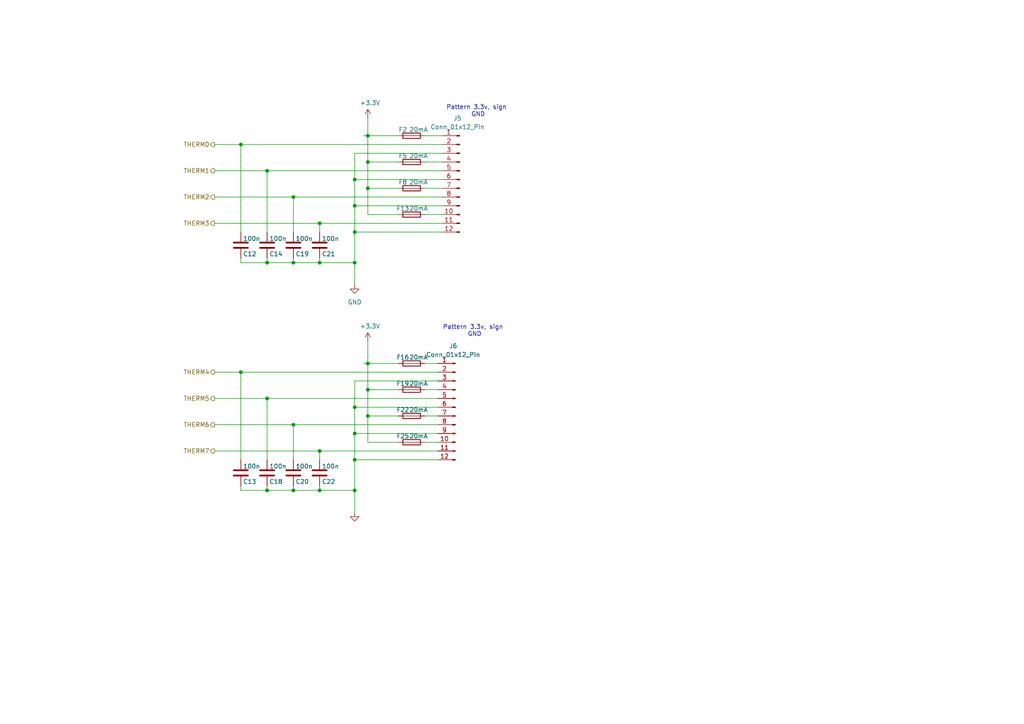
<source format=kicad_sch>
(kicad_sch (version 20250114) (generator "eeschema") (generator_version "9.0")
  (paper "A4")
  (lib_symbols
    (symbol "+3.3VA_1" (power) (pin_names (offset 0))
      (property "Value" "+3.3VA" (at 0 3.556 0))
      (symbol "+3.3VA_1_0_1"
        (polyline (pts (xy -0.762 1.27) (xy 0 2.54)))
        (polyline (pts (xy 0 2.54) (xy 0.762 1.27)))
        (polyline (pts (xy 0 0) (xy 0 2.54)))
      )
      (symbol "+3.3VA_1_1_1"
        (pin power_in line (at 0 0 90) (length 0) (hide yes) (name "+3.3VA") (number "1"))
      )
    )
    (symbol "Connector:Conn_01x12_Pin" (pin_names (offset 1.016) (hide yes))
      (property "Reference" "J" (at 0 15.24 0))
      (property "Value" "Conn_01x12_Pin" (at 0 -17.78 0))
      (symbol "Conn_01x12_Pin_1_1"
        (rectangle (start 0.8636 12.827) (end 0 12.573) (stroke (width 0.1524)) (fill (type outline)))
        (rectangle (start 0.8636 10.287) (end 0 10.033) (stroke (width 0.1524)) (fill (type outline)))
        (rectangle (start 0.8636 7.747) (end 0 7.493) (stroke (width 0.1524)) (fill (type outline)))
        (rectangle (start 0.8636 5.207) (end 0 4.953) (stroke (width 0.1524)) (fill (type outline)))
        (rectangle (start 0.8636 2.667) (end 0 2.413) (stroke (width 0.1524)) (fill (type outline)))
        (rectangle (start 0.8636 0.127) (end 0 -0.127) (stroke (width 0.1524)) (fill (type outline)))
        (rectangle (start 0.8636 -2.413) (end 0 -2.667) (stroke (width 0.1524)) (fill (type outline)))
        (rectangle (start 0.8636 -4.953) (end 0 -5.207) (stroke (width 0.1524)) (fill (type outline)))
        (rectangle (start 0.8636 -7.493) (end 0 -7.747) (stroke (width 0.1524)) (fill (type outline)))
        (rectangle (start 0.8636 -10.033) (end 0 -10.287) (stroke (width 0.1524)) (fill (type outline)))
        (rectangle (start 0.8636 -12.573) (end 0 -12.827) (stroke (width 0.1524)) (fill (type outline)))
        (rectangle (start 0.8636 -15.113) (end 0 -15.367) (stroke (width 0.1524)) (fill (type outline)))
        (polyline (pts (xy 1.27 12.7) (xy 0.8636 12.7)) (stroke (width 0.1524)))
        (polyline (pts (xy 1.27 10.16) (xy 0.8636 10.16)) (stroke (width 0.1524)))
        (polyline (pts (xy 1.27 7.62) (xy 0.8636 7.62)) (stroke (width 0.1524)))
        (polyline (pts (xy 1.27 5.08) (xy 0.8636 5.08)) (stroke (width 0.1524)))
        (polyline (pts (xy 1.27 2.54) (xy 0.8636 2.54)) (stroke (width 0.1524)))
        (polyline (pts (xy 1.27 0) (xy 0.8636 0)) (stroke (width 0.1524)))
        (polyline (pts (xy 1.27 -2.54) (xy 0.8636 -2.54)) (stroke (width 0.1524)))
        (polyline (pts (xy 1.27 -5.08) (xy 0.8636 -5.08)) (stroke (width 0.1524)))
        (polyline (pts (xy 1.27 -7.62) (xy 0.8636 -7.62)) (stroke (width 0.1524)))
        (polyline (pts (xy 1.27 -10.16) (xy 0.8636 -10.16)) (stroke (width 0.1524)))
        (polyline (pts (xy 1.27 -12.7) (xy 0.8636 -12.7)) (stroke (width 0.1524)))
        (polyline (pts (xy 1.27 -15.24) (xy 0.8636 -15.24)) (stroke (width 0.1524)))
        (pin passive line (at 5.08 12.7 180) (length 3.81) (name "Pin_1") (number "1"))
        (pin passive line (at 5.08 10.16 180) (length 3.81) (name "Pin_2") (number "2"))
        (pin passive line (at 5.08 7.62 180) (length 3.81) (name "Pin_3") (number "3"))
        (pin passive line (at 5.08 5.08 180) (length 3.81) (name "Pin_4") (number "4"))
        (pin passive line (at 5.08 2.54 180) (length 3.81) (name "Pin_5") (number "5"))
        (pin passive line (at 5.08 0 180) (length 3.81) (name "Pin_6") (number "6"))
        (pin passive line (at 5.08 -2.54 180) (length 3.81) (name "Pin_7") (number "7"))
        (pin passive line (at 5.08 -5.08 180) (length 3.81) (name "Pin_8") (number "8"))
        (pin passive line (at 5.08 -7.62 180) (length 3.81) (name "Pin_9") (number "9"))
        (pin passive line (at 5.08 -10.16 180) (length 3.81) (name "Pin_10") (number "10"))
        (pin passive line (at 5.08 -12.7 180) (length 3.81) (name "Pin_11") (number "11"))
        (pin passive line (at 5.08 -15.24 180) (length 3.81) (name "Pin_12") (number "12"))
      )
    )
    (symbol "Device:C" (pin_numbers (hide yes)) (pin_names (offset 0.254))
      (property "Reference" "C" (at 0.635 2.54 0))
      (property "Value" "C" (at 0.635 -2.54 0))
      (symbol "C_0_1"
        (polyline (pts (xy -2.032 0.762) (xy 2.032 0.762)) (stroke (width 0.508)))
        (polyline (pts (xy -2.032 -0.762) (xy 2.032 -0.762)) (stroke (width 0.508)))
      )
      (symbol "C_1_1"
        (pin passive line (at 0 3.81 270) (length 2.794) (name "~") (number "1"))
        (pin passive line (at 0 -3.81 90) (length 2.794) (name "~") (number "2"))
      )
    )
    (symbol "Device:Fuse" (pin_numbers (hide yes)) (pin_names (offset 0))
      (property "Reference" "F" (at 2.032 0 90))
      (property "Value" "Fuse" (at -1.905 0 90))
      (symbol "Fuse_0_1"
        (rectangle (start -0.762 -2.54) (end 0.762 2.54) (stroke (width 0.254)))
        (polyline (pts (xy 0 2.54) (xy 0 -2.54)))
      )
      (symbol "Fuse_1_1"
        (pin passive line (at 0 3.81 270) (length 1.27) (name "~") (number "1"))
        (pin passive line (at 0 -3.81 90) (length 1.27) (name "~") (number "2"))
      )
    )
    (symbol "power:+3.3VA" (power) (pin_names (offset 0))
      (property "Value" "+3.3VA" (at 0 3.556 0))
      (symbol "+3.3VA_0_1"
        (polyline (pts (xy -0.762 1.27) (xy 0 2.54)))
        (polyline (pts (xy 0 2.54) (xy 0.762 1.27)))
        (polyline (pts (xy 0 0) (xy 0 2.54)))
      )
      (symbol "+3.3VA_1_1"
        (pin power_in line (at 0 0 90) (length 0) (hide yes) (name "+3.3VA") (number "1"))
      )
    )
    (symbol "power:GND" (power) (pin_numbers (hide yes)) (pin_names (offset 0) (hide yes))
      (property "Value" "GND" (at 0 -3.81 0))
      (symbol "GND_0_1"
        (polyline (pts (xy 0 0) (xy 0 -1.27) (xy 1.27 -1.27) (xy 0 -2.54) (xy -1.27 -1.27) (xy 0 -1.27)))
      )
      (symbol "GND_1_1"
        (pin power_in line (at 0 0 270) (length 0) (name "~") (number "1"))
      )
    )
  )
  (text "Pattern 3.3v, sign \nGND" (at 137.668 96.012 0) (effects (font (size 1.27 1.27))))
  (text "Pattern 3.3v, sign \nGND" (at 138.684 32.258 0) (effects (font (size 1.27 1.27))))
  (junction (at 92.71 142.24))
  (junction (at 106.68 54.61))
  (junction (at 85.09 142.24))
  (junction (at 106.68 46.99))
  (junction (at 102.87 52.07))
  (junction (at 106.68 105.41))
  (junction (at 69.85 41.91))
  (junction (at 77.47 115.57))
  (junction (at 102.87 67.31))
  (junction (at 106.68 39.37))
  (junction (at 92.71 76.2))
  (junction (at 102.87 59.69))
  (junction (at 77.47 76.2))
  (junction (at 102.87 133.35))
  (junction (at 92.71 130.81))
  (junction (at 69.85 107.95))
  (junction (at 77.47 142.24))
  (junction (at 92.71 64.77))
  (junction (at 106.68 113.03))
  (junction (at 85.09 57.15))
  (junction (at 77.47 49.53))
  (junction (at 106.68 120.65))
  (junction (at 102.87 76.2))
  (junction (at 85.09 123.19))
  (junction (at 85.09 76.2))
  (junction (at 102.87 142.24))
  (junction (at 102.87 118.11))
  (junction (at 102.87 125.73))
  (wire (pts (xy 62.23 57.15) (xy 85.09 57.15)))
  (wire (pts (xy 105.41 39.37) (xy 106.68 39.37)))
  (wire (pts (xy 85.09 142.24) (xy 92.71 142.24)))
  (wire (pts (xy 85.09 76.2) (xy 77.47 76.2)))
  (wire (pts (xy 85.09 57.15) (xy 128.27 57.15)))
  (wire (pts (xy 69.85 107.95) (xy 127 107.95)))
  (wire (pts (xy 123.19 120.65) (xy 127 120.65)))
  (wire (pts (xy 123.19 113.03) (xy 127 113.03)))
  (wire (pts (xy 102.87 125.73) (xy 127 125.73)))
  (wire (pts (xy 102.87 59.69) (xy 102.87 52.07)))
  (wire (pts (xy 106.68 113.03) (xy 115.57 113.03)))
  (wire (pts (xy 123.19 46.99) (xy 128.27 46.99)))
  (wire (pts (xy 62.23 107.95) (xy 69.85 107.95)))
  (wire (pts (xy 69.85 142.24) (xy 69.85 140.97)))
  (wire (pts (xy 77.47 142.24) (xy 77.47 140.97)))
  (wire (pts (xy 123.19 39.37) (xy 128.27 39.37)))
  (wire (pts (xy 106.68 120.65) (xy 106.68 128.27)))
  (wire (pts (xy 106.68 46.99) (xy 106.68 54.61)))
  (wire (pts (xy 92.71 142.24) (xy 102.87 142.24)))
  (wire (pts (xy 92.71 64.77) (xy 92.71 67.31)))
  (wire (pts (xy 106.68 99.06) (xy 106.68 105.41)))
  (wire (pts (xy 106.68 39.37) (xy 115.57 39.37)))
  (wire (pts (xy 77.47 49.53) (xy 77.47 67.31)))
  (wire (pts (xy 102.87 76.2) (xy 102.87 82.55)))
  (wire (pts (xy 106.68 105.41) (xy 115.57 105.41)))
  (wire (pts (xy 62.23 49.53) (xy 77.47 49.53)))
  (wire (pts (xy 106.68 120.65) (xy 115.57 120.65)))
  (wire (pts (xy 123.19 128.27) (xy 127 128.27)))
  (wire (pts (xy 106.68 105.41) (xy 106.68 113.03)))
  (wire (pts (xy 102.87 59.69) (xy 128.27 59.69)))
  (wire (pts (xy 102.87 52.07) (xy 128.27 52.07)))
  (wire (pts (xy 92.71 140.97) (xy 92.71 142.24)))
  (wire (pts (xy 69.85 107.95) (xy 69.85 133.35)))
  (wire (pts (xy 123.19 62.23) (xy 128.27 62.23)))
  (wire (pts (xy 85.09 133.35) (xy 85.09 123.19)))
  (wire (pts (xy 102.87 125.73) (xy 102.87 118.11)))
  (wire (pts (xy 92.71 76.2) (xy 102.87 76.2)))
  (wire (pts (xy 123.19 105.41) (xy 127 105.41)))
  (wire (pts (xy 85.09 142.24) (xy 77.47 142.24)))
  (wire (pts (xy 85.09 76.2) (xy 92.71 76.2)))
  (wire (pts (xy 123.19 54.61) (xy 128.27 54.61)))
  (wire (pts (xy 106.68 34.29) (xy 106.68 39.37)))
  (wire (pts (xy 102.87 133.35) (xy 102.87 125.73)))
  (wire (pts (xy 69.85 76.2) (xy 69.85 74.93)))
  (wire (pts (xy 102.87 110.49) (xy 127 110.49)))
  (wire (pts (xy 102.87 67.31) (xy 102.87 76.2)))
  (wire (pts (xy 102.87 133.35) (xy 102.87 142.24)))
  (wire (pts (xy 102.87 52.07) (xy 102.87 44.45)))
  (wire (pts (xy 62.23 41.91) (xy 69.85 41.91)))
  (wire (pts (xy 106.68 54.61) (xy 106.68 62.23)))
  (wire (pts (xy 62.23 64.77) (xy 92.71 64.77)))
  (wire (pts (xy 106.68 62.23) (xy 115.57 62.23)))
  (wire (pts (xy 106.68 128.27) (xy 115.57 128.27)))
  (wire (pts (xy 77.47 115.57) (xy 127 115.57)))
  (wire (pts (xy 102.87 67.31) (xy 102.87 59.69)))
  (wire (pts (xy 102.87 118.11) (xy 127 118.11)))
  (wire (pts (xy 102.87 142.24) (xy 102.87 148.59)))
  (wire (pts (xy 69.85 41.91) (xy 128.27 41.91)))
  (wire (pts (xy 69.85 41.91) (xy 69.85 67.31)))
  (wire (pts (xy 102.87 133.35) (xy 127 133.35)))
  (wire (pts (xy 102.87 67.31) (xy 128.27 67.31)))
  (wire (pts (xy 92.71 130.81) (xy 127 130.81)))
  (wire (pts (xy 77.47 76.2) (xy 77.47 74.93)))
  (wire (pts (xy 77.47 115.57) (xy 77.47 133.35)))
  (wire (pts (xy 85.09 67.31) (xy 85.09 57.15)))
  (wire (pts (xy 77.47 142.24) (xy 69.85 142.24)))
  (wire (pts (xy 77.47 49.53) (xy 128.27 49.53)))
  (wire (pts (xy 106.68 54.61) (xy 115.57 54.61)))
  (wire (pts (xy 85.09 74.93) (xy 85.09 76.2)))
  (wire (pts (xy 92.71 130.81) (xy 92.71 133.35)))
  (wire (pts (xy 102.87 118.11) (xy 102.87 110.49)))
  (wire (pts (xy 106.68 113.03) (xy 106.68 120.65)))
  (wire (pts (xy 92.71 64.77) (xy 128.27 64.77)))
  (wire (pts (xy 62.23 130.81) (xy 92.71 130.81)))
  (wire (pts (xy 102.87 44.45) (xy 128.27 44.45)))
  (wire (pts (xy 85.09 140.97) (xy 85.09 142.24)))
  (wire (pts (xy 62.23 123.19) (xy 85.09 123.19)))
  (wire (pts (xy 62.23 115.57) (xy 77.47 115.57)))
  (wire (pts (xy 92.71 74.93) (xy 92.71 76.2)))
  (wire (pts (xy 105.41 105.41) (xy 106.68 105.41)))
  (wire (pts (xy 77.47 76.2) (xy 69.85 76.2)))
  (wire (pts (xy 106.68 39.37) (xy 106.68 46.99)))
  (wire (pts (xy 85.09 123.19) (xy 127 123.19)))
  (wire (pts (xy 106.68 46.99) (xy 115.57 46.99)))
  (hierarchical_label "THERM2" (shape output) (at 62.23 57.15 180))
  (hierarchical_label "THERM0" (shape output) (at 62.23 41.91 180))
  (hierarchical_label "THERM7" (shape output) (at 62.23 130.81 180))
  (hierarchical_label "THERM4" (shape output) (at 62.23 107.95 180))
  (hierarchical_label "THERM3" (shape output) (at 62.23 64.77 180))
  (hierarchical_label "THERM1" (shape output) (at 62.23 49.53 180))
  (hierarchical_label "THERM5" (shape output) (at 62.23 115.57 180))
  (hierarchical_label "THERM6" (shape output) (at 62.23 123.19 180))
  (symbol (lib_id "Device:C") (at 92.71 137.16 0) (unit 1)
    (property "Reference" "C11" (at 93.345 139.7 0) (effects (justify left)))
    (property "Value" "100n" (at 93.345 135.255 0) (effects (justify left)))
    (property "Footprint" "Capacitor_SMD:C_0805_2012Metric_Pad1.18x1.45mm_HandSolder" (effects (hide yes)))
    (instances (project "thermistor-board" (path "" (reference "C22") (unit 1)) (path "" (reference "C41") (unit 1)) (path "" (reference "C11") (unit 1))))
  )
  (symbol (lib_id "Device:C") (at 92.71 71.12 0) (unit 1)
    (property "Reference" "C10" (at 93.345 73.66 0) (effects (justify left)))
    (property "Value" "100n" (at 93.345 69.215 0) (effects (justify left)))
    (property "Footprint" "Capacitor_SMD:C_0805_2012Metric_Pad1.18x1.45mm_HandSolder" (effects (hide yes)))
    (instances (project "thermistor-board" (path "" (reference "C21") (unit 1)) (path "" (reference "C39") (unit 1)) (path "" (reference "C10") (unit 1))))
  )
  (symbol (lib_id "Connector:Conn_01x12_Pin") (at 133.35 52.07 0) (mirror y) (unit 1)
    (property "Reference" "J10" (at 132.715 34.29 0))
    (property "Value" "Conn_01x12_Pin" (at 132.715 36.83 0))
    (property "Footprint" "Connector_Molex:Molex_Micro-Fit_3.0_43045-1200_2x06_P3.00mm_Horizontal" (effects (hide yes)))
    (property "Description" "Generic connector, single row, 01x12, script generated" (effects (hide yes)))
    (instances (project "thermistor-board" (path "" (reference "J5") (unit 1)) (path "" (reference "J7") (unit 1)) (path "" (reference "J10") (unit 1))))
  )
  (symbol (lib_id "Device:C") (at 85.09 71.12 0) (unit 1)
    (property "Reference" "C7" (at 85.725 73.66 0) (effects (justify left)))
    (property "Value" "100n" (at 85.725 69.215 0) (effects (justify left)))
    (property "Footprint" "Capacitor_SMD:C_0805_2012Metric_Pad1.18x1.45mm_HandSolder" (effects (hide yes)))
    (instances (project "thermistor-board" (path "" (reference "C19") (unit 1)) (path "" (reference "C35") (unit 1)) (path "" (reference "C7") (unit 1))))
  )
  (symbol (lib_id "Device:C") (at 85.09 137.16 0) (unit 1)
    (property "Reference" "C9" (at 85.725 139.7 0) (effects (justify left)))
    (property "Value" "100n" (at 85.725 135.255 0) (effects (justify left)))
    (property "Footprint" "Capacitor_SMD:C_0805_2012Metric_Pad1.18x1.45mm_HandSolder" (effects (hide yes)))
    (instances (project "thermistor-board" (path "" (reference "C20") (unit 1)) (path "" (reference "C40") (unit 1)) (path "" (reference "C9") (unit 1))))
  )
  (symbol (lib_id "Device:Fuse") (at 119.38 39.37 90) (unit 1)
    (property "Reference" "F1" (at 116.84 37.592 90))
    (property "Value" "20mA" (at 121.412 37.592 90))
    (property "Footprint" "Fuse:Fuse_0805_2012Metric_Pad1.15x1.40mm_HandSolder" (effects (hide yes)))
    (property "Description" "Fuse" (effects (hide yes)))
    (instances (project "" (path "" (reference "F2") (unit 1)) (path "" (reference "F3") (unit 1)) (path "" (reference "F1") (unit 1))))
  )
  (symbol (lib_id "power:GND") (at 102.87 82.55 0) (unit 1)
    (property "Reference" "#PWR03" (effects (hide yes)))
    (property "Value" "GND" (at 102.87 87.63 0))
    (property "Description" "Power symbol creates a global label with name \"GND\" , ground" (effects (hide yes)))
    (instances (project "thermistor-board" (path "" (reference "#PWR019") (unit 1)) (path "" (reference "#PWR22") (unit 1)) (path "" (reference "#PWR03") (unit 1))))
  )
  (symbol (lib_id "Device:Fuse") (at 119.38 113.03 90) (unit 1)
    (property "Reference" "F18" (at 116.84 111.252 90))
    (property "Value" "20mA" (at 121.412 111.252 90))
    (property "Footprint" "Fuse:Fuse_0805_2012Metric_Pad1.15x1.40mm_HandSolder" (effects (hide yes)))
    (property "Description" "Fuse" (effects (hide yes)))
    (instances (project "thermistor-board" (path "" (reference "F19") (unit 1)) (path "" (reference "F20") (unit 1)) (path "" (reference "F18") (unit 1))))
  )
  (symbol (lib_name "+3.3VA_1") (lib_id "power:+3.3VA") (at 106.68 34.29 0) (unit 1)
    (property "Reference" "#PWR06" (effects (hide yes)))
    (property "Value" "+3.3V" (at 107.315 29.845 0))
    (instances (project "thermistor-board" (path "" (reference "#PWR021") (unit 1)) (path "" (reference "#PWR079") (unit 1)) (path "" (reference "#PWR06") (unit 1))))
  )
  (symbol (lib_id "power:+3.3VA") (at 106.68 99.06 0) (unit 1)
    (property "Reference" "#PWR07" (effects (hide yes)))
    (property "Value" "+3.3V" (at 107.315 94.615 0))
    (instances (project "thermistor-board" (path "" (reference "#PWR023") (unit 1)) (path "" (reference "#PWR038") (unit 1)) (path "" (reference "#PWR07") (unit 1))))
  )
  (symbol (lib_id "Device:Fuse") (at 119.38 46.99 90) (unit 1)
    (property "Reference" "F4" (at 116.84 45.212 90))
    (property "Value" "20mA" (at 121.412 45.212 90))
    (property "Footprint" "Fuse:Fuse_0805_2012Metric_Pad1.15x1.40mm_HandSolder" (effects (hide yes)))
    (property "Description" "Fuse" (effects (hide yes)))
    (instances (project "thermistor-board" (path "" (reference "F5") (unit 1)) (path "" (reference "F6") (unit 1)) (path "" (reference "F4") (unit 1))))
  )
  (symbol (lib_id "power:GND") (at 102.87 148.59 0) (unit 1)
    (property "Reference" "#PWR04" (effects (hide yes)))
    (property "Value" "GND" (effects (hide yes)))
    (property "Description" "Power symbol creates a global label with name \"GND\" , ground" (effects (hide yes)))
    (instances (project "thermistor-board" (path "" (reference "#PWR020") (unit 1)) (path "" (reference "#PWR26") (unit 1)) (path "" (reference "#PWR04") (unit 1))))
  )
  (symbol (lib_id "Device:Fuse") (at 119.38 128.27 90) (unit 1)
    (property "Reference" "F24" (at 116.84 126.492 90))
    (property "Value" "20mA" (at 121.412 126.492 90))
    (property "Footprint" "Fuse:Fuse_0805_2012Metric_Pad1.15x1.40mm_HandSolder" (effects (hide yes)))
    (property "Description" "Fuse" (effects (hide yes)))
    (instances (project "thermistor-board" (path "" (reference "F25") (unit 1)) (path "" (reference "F26") (unit 1)) (path "" (reference "F24") (unit 1))))
  )
  (symbol (lib_id "Device:C") (at 69.85 137.16 0) (unit 1)
    (property "Reference" "C3" (at 70.485 139.7 0) (effects (justify left)))
    (property "Value" "100n" (at 70.485 135.255 0) (effects (justify left)))
    (property "Footprint" "Capacitor_SMD:C_0805_2012Metric_Pad1.18x1.45mm_HandSolder" (effects (hide yes)))
    (instances (project "thermistor-board" (path "" (reference "C13") (unit 1)) (path "" (reference "C36") (unit 1)) (path "" (reference "C3") (unit 1))))
  )
  (symbol (lib_id "Device:Fuse") (at 119.38 62.23 90) (unit 1)
    (property "Reference" "F12" (at 116.84 60.452 90))
    (property "Value" "20mA" (at 121.412 60.452 90))
    (property "Footprint" "Fuse:Fuse_0805_2012Metric_Pad1.15x1.40mm_HandSolder" (effects (hide yes)))
    (property "Description" "Fuse" (effects (hide yes)))
    (instances (project "thermistor-board" (path "" (reference "F13") (unit 1)) (path "" (reference "F14") (unit 1)) (path "" (reference "F12") (unit 1))))
  )
  (symbol (lib_id "Device:Fuse") (at 119.38 105.41 90) (unit 1)
    (property "Reference" "F15" (at 116.84 103.632 90))
    (property "Value" "20mA" (at 121.412 103.632 90))
    (property "Footprint" "Fuse:Fuse_0805_2012Metric_Pad1.15x1.40mm_HandSolder" (effects (hide yes)))
    (property "Description" "Fuse" (effects (hide yes)))
    (instances (project "thermistor-board" (path "" (reference "F16") (unit 1)) (path "" (reference "F17") (unit 1)) (path "" (reference "F15") (unit 1))))
  )
  (symbol (lib_id "Device:Fuse") (at 119.38 120.65 90) (unit 1)
    (property "Reference" "F21" (at 116.84 118.872 90))
    (property "Value" "20mA" (at 121.412 118.872 90))
    (property "Footprint" "Fuse:Fuse_0805_2012Metric_Pad1.15x1.40mm_HandSolder" (effects (hide yes)))
    (property "Description" "Fuse" (effects (hide yes)))
    (instances (project "thermistor-board" (path "" (reference "F22") (unit 1)) (path "" (reference "F23") (unit 1)) (path "" (reference "F21") (unit 1))))
  )
  (symbol (lib_id "Connector:Conn_01x12_Pin") (at 132.08 118.11 0) (mirror y) (unit 1)
    (property "Reference" "J4" (at 131.445 100.33 0))
    (property "Value" "Conn_01x12_Pin" (at 131.445 102.87 0))
    (property "Footprint" "Connector_Molex:Molex_Micro-Fit_3.0_43045-1200_2x06_P3.00mm_Horizontal" (effects (hide yes)))
    (property "Description" "Generic connector, single row, 01x12, script generated" (effects (hide yes)))
    (instances (project "thermistor-board" (path "" (reference "J6") (unit 1)) (path "" (reference "J8") (unit 1)) (path "" (reference "J4") (unit 1))))
  )
  (symbol (lib_id "Device:C") (at 77.47 137.16 0) (unit 1)
    (property "Reference" "C5" (at 78.105 139.7 0) (effects (justify left)))
    (property "Value" "100n" (at 78.105 135.255 0) (effects (justify left)))
    (property "Footprint" "Capacitor_SMD:C_0805_2012Metric_Pad1.18x1.45mm_HandSolder" (effects (hide yes)))
    (instances (project "thermistor-board" (path "" (reference "C18") (unit 1)) (path "" (reference "C37") (unit 1)) (path "" (reference "C5") (unit 1))))
  )
  (symbol (lib_id "Device:Fuse") (at 119.38 54.61 90) (unit 1)
    (property "Reference" "F7" (at 116.84 52.832 90))
    (property "Value" "20mA" (at 121.412 52.832 90))
    (property "Footprint" "Fuse:Fuse_0805_2012Metric_Pad1.15x1.40mm_HandSolder" (effects (hide yes)))
    (property "Description" "Fuse" (effects (hide yes)))
    (instances (project "thermistor-board" (path "" (reference "F8") (unit 1)) (path "" (reference "F10") (unit 1)) (path "" (reference "F7") (unit 1))))
  )
  (symbol (lib_id "Device:C") (at 69.85 71.12 0) (unit 1)
    (property "Reference" "C1" (at 70.485 73.66 0) (effects (justify left)))
    (property "Value" "100n" (at 70.485 69.215 0) (effects (justify left)))
    (property "Footprint" "Capacitor_SMD:C_0805_2012Metric_Pad1.18x1.45mm_HandSolder" (effects (hide yes)))
    (instances (project "thermistor-board" (path "" (reference "C12") (unit 1)) (path "" (reference "C34") (unit 1)) (path "" (reference "C1") (unit 1))))
  )
  (symbol (lib_id "Device:C") (at 77.47 71.12 0) (unit 1)
    (property "Reference" "C4" (at 78.105 73.66 0) (effects (justify left)))
    (property "Value" "100n" (at 78.105 69.215 0) (effects (justify left)))
    (property "Footprint" "Capacitor_SMD:C_0805_2012Metric_Pad1.18x1.45mm_HandSolder" (effects (hide yes)))
    (instances (project "thermistor-board" (path "" (reference "C14") (unit 1)) (path "" (reference "C38") (unit 1)) (path "" (reference "C4") (unit 1))))
  )
)
</source>
